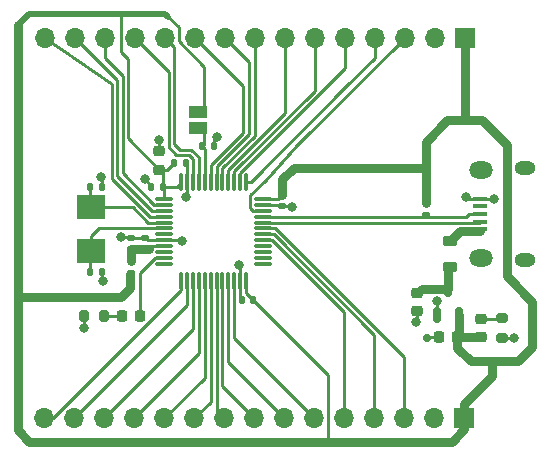
<source format=gbr>
%TF.GenerationSoftware,KiCad,Pcbnew,7.0.6-1.fc38*%
%TF.CreationDate,2023-08-06T10:31:57+03:00*%
%TF.ProjectId,stm32-breakout,73746d33-322d-4627-9265-616b6f75742e,v.1.0*%
%TF.SameCoordinates,Original*%
%TF.FileFunction,Copper,L1,Top*%
%TF.FilePolarity,Positive*%
%FSLAX46Y46*%
G04 Gerber Fmt 4.6, Leading zero omitted, Abs format (unit mm)*
G04 Created by KiCad (PCBNEW 7.0.6-1.fc38) date 2023-08-06 10:31:57*
%MOMM*%
%LPD*%
G01*
G04 APERTURE LIST*
G04 Aperture macros list*
%AMRoundRect*
0 Rectangle with rounded corners*
0 $1 Rounding radius*
0 $2 $3 $4 $5 $6 $7 $8 $9 X,Y pos of 4 corners*
0 Add a 4 corners polygon primitive as box body*
4,1,4,$2,$3,$4,$5,$6,$7,$8,$9,$2,$3,0*
0 Add four circle primitives for the rounded corners*
1,1,$1+$1,$2,$3*
1,1,$1+$1,$4,$5*
1,1,$1+$1,$6,$7*
1,1,$1+$1,$8,$9*
0 Add four rect primitives between the rounded corners*
20,1,$1+$1,$2,$3,$4,$5,0*
20,1,$1+$1,$4,$5,$6,$7,0*
20,1,$1+$1,$6,$7,$8,$9,0*
20,1,$1+$1,$8,$9,$2,$3,0*%
G04 Aperture macros list end*
%TA.AperFunction,SMDPad,CuDef*%
%ADD10RoundRect,0.218750X-0.256250X0.218750X-0.256250X-0.218750X0.256250X-0.218750X0.256250X0.218750X0*%
%TD*%
%TA.AperFunction,SMDPad,CuDef*%
%ADD11RoundRect,0.135000X-0.135000X-0.185000X0.135000X-0.185000X0.135000X0.185000X-0.135000X0.185000X0*%
%TD*%
%TA.AperFunction,SMDPad,CuDef*%
%ADD12RoundRect,0.218750X-0.381250X0.218750X-0.381250X-0.218750X0.381250X-0.218750X0.381250X0.218750X0*%
%TD*%
%TA.AperFunction,SMDPad,CuDef*%
%ADD13RoundRect,0.140000X0.170000X-0.140000X0.170000X0.140000X-0.170000X0.140000X-0.170000X-0.140000X0*%
%TD*%
%TA.AperFunction,SMDPad,CuDef*%
%ADD14RoundRect,0.200000X-0.275000X0.200000X-0.275000X-0.200000X0.275000X-0.200000X0.275000X0.200000X0*%
%TD*%
%TA.AperFunction,SMDPad,CuDef*%
%ADD15RoundRect,0.075000X-0.662500X-0.075000X0.662500X-0.075000X0.662500X0.075000X-0.662500X0.075000X0*%
%TD*%
%TA.AperFunction,SMDPad,CuDef*%
%ADD16RoundRect,0.075000X-0.075000X-0.662500X0.075000X-0.662500X0.075000X0.662500X-0.075000X0.662500X0*%
%TD*%
%TA.AperFunction,SMDPad,CuDef*%
%ADD17RoundRect,0.135000X-0.185000X0.135000X-0.185000X-0.135000X0.185000X-0.135000X0.185000X0.135000X0*%
%TD*%
%TA.AperFunction,SMDPad,CuDef*%
%ADD18RoundRect,0.140000X-0.140000X-0.170000X0.140000X-0.170000X0.140000X0.170000X-0.140000X0.170000X0*%
%TD*%
%TA.AperFunction,SMDPad,CuDef*%
%ADD19RoundRect,0.218750X-0.218750X-0.256250X0.218750X-0.256250X0.218750X0.256250X-0.218750X0.256250X0*%
%TD*%
%TA.AperFunction,SMDPad,CuDef*%
%ADD20RoundRect,0.140000X0.140000X0.170000X-0.140000X0.170000X-0.140000X-0.170000X0.140000X-0.170000X0*%
%TD*%
%TA.AperFunction,SMDPad,CuDef*%
%ADD21RoundRect,0.225000X0.250000X-0.225000X0.250000X0.225000X-0.250000X0.225000X-0.250000X-0.225000X0*%
%TD*%
%TA.AperFunction,SMDPad,CuDef*%
%ADD22R,1.300000X0.450000*%
%TD*%
%TA.AperFunction,ComponentPad*%
%ADD23O,1.800000X1.150000*%
%TD*%
%TA.AperFunction,ComponentPad*%
%ADD24O,2.000000X1.450000*%
%TD*%
%TA.AperFunction,SMDPad,CuDef*%
%ADD25RoundRect,0.147500X0.172500X-0.147500X0.172500X0.147500X-0.172500X0.147500X-0.172500X-0.147500X0*%
%TD*%
%TA.AperFunction,SMDPad,CuDef*%
%ADD26RoundRect,0.200000X0.200000X0.275000X-0.200000X0.275000X-0.200000X-0.275000X0.200000X-0.275000X0*%
%TD*%
%TA.AperFunction,SMDPad,CuDef*%
%ADD27RoundRect,0.225000X-0.250000X0.225000X-0.250000X-0.225000X0.250000X-0.225000X0.250000X0.225000X0*%
%TD*%
%TA.AperFunction,SMDPad,CuDef*%
%ADD28RoundRect,0.150000X0.150000X-0.512500X0.150000X0.512500X-0.150000X0.512500X-0.150000X-0.512500X0*%
%TD*%
%TA.AperFunction,SMDPad,CuDef*%
%ADD29RoundRect,0.140000X-0.170000X0.140000X-0.170000X-0.140000X0.170000X-0.140000X0.170000X0.140000X0*%
%TD*%
%TA.AperFunction,SMDPad,CuDef*%
%ADD30R,1.500000X1.000000*%
%TD*%
%TA.AperFunction,SMDPad,CuDef*%
%ADD31R,2.400000X2.000000*%
%TD*%
%TA.AperFunction,SMDPad,CuDef*%
%ADD32RoundRect,0.225000X0.225000X0.250000X-0.225000X0.250000X-0.225000X-0.250000X0.225000X-0.250000X0*%
%TD*%
%TA.AperFunction,ComponentPad*%
%ADD33R,1.700000X1.700000*%
%TD*%
%TA.AperFunction,ComponentPad*%
%ADD34O,1.700000X1.700000*%
%TD*%
%TA.AperFunction,ViaPad*%
%ADD35C,0.800000*%
%TD*%
%TA.AperFunction,ViaPad*%
%ADD36C,0.700000*%
%TD*%
%TA.AperFunction,Conductor*%
%ADD37C,0.250000*%
%TD*%
%TA.AperFunction,Conductor*%
%ADD38C,0.750000*%
%TD*%
%TA.AperFunction,Conductor*%
%ADD39C,0.500000*%
%TD*%
G04 APERTURE END LIST*
D10*
%TO.P,D1,1,K*%
%TO.N,Net-(D1-K)*%
X164255000Y-103587500D03*
%TO.P,D1,2,A*%
%TO.N,+3.3V*%
X164255000Y-105162500D03*
%TD*%
D11*
%TO.P,R2,1*%
%TO.N,/BOOT0*%
X140650000Y-89000000D03*
%TO.P,R2,2*%
%TO.N,GND*%
X141670000Y-89000000D03*
%TD*%
D12*
%TO.P,FB1,1*%
%TO.N,+5V*%
X161605000Y-97050000D03*
%TO.P,FB1,2*%
%TO.N,VCC*%
X161605000Y-99175000D03*
%TD*%
D13*
%TO.P,C8,1*%
%TO.N,+3.3VA*%
X134600000Y-97680000D03*
%TO.P,C8,2*%
%TO.N,GND*%
X134600000Y-96720000D03*
%TD*%
D14*
%TO.P,R1,1*%
%TO.N,Net-(D1-K)*%
X166055000Y-103550000D03*
%TO.P,R1,2*%
%TO.N,GND*%
X166055000Y-105200000D03*
%TD*%
D15*
%TO.P,U2,1,VBAT*%
%TO.N,+3.3V*%
X137437500Y-93450000D03*
%TO.P,U2,2,PC13*%
%TO.N,PC13*%
X137437500Y-93950000D03*
%TO.P,U2,3,PC14*%
%TO.N,PC14*%
X137437500Y-94450000D03*
%TO.P,U2,4,PC15*%
%TO.N,PC15*%
X137437500Y-94950000D03*
%TO.P,U2,5,PD0*%
%TO.N,/HSE_OUT*%
X137437500Y-95450000D03*
%TO.P,U2,6,PD1*%
%TO.N,/HSE_IN*%
X137437500Y-95950000D03*
%TO.P,U2,7,NRST*%
%TO.N,unconnected-(U2-NRST-Pad7)*%
X137437500Y-96450000D03*
%TO.P,U2,8,VSSA*%
%TO.N,GND*%
X137437500Y-96950000D03*
%TO.P,U2,9,VDDA*%
%TO.N,+3.3VA*%
X137437500Y-97450000D03*
%TO.P,U2,10,PA0*%
%TO.N,unconnected-(U2-PA0-Pad10)*%
X137437500Y-97950000D03*
%TO.P,U2,11,PA1*%
%TO.N,/LED_STAT*%
X137437500Y-98450000D03*
%TO.P,U2,12,PA2*%
%TO.N,unconnected-(U2-PA2-Pad12)*%
X137437500Y-98950000D03*
D16*
%TO.P,U2,13,PA3*%
%TO.N,PA3*%
X138850000Y-100362500D03*
%TO.P,U2,14,PA4*%
%TO.N,PA4*%
X139350000Y-100362500D03*
%TO.P,U2,15,PA5*%
%TO.N,PA5*%
X139850000Y-100362500D03*
%TO.P,U2,16,PA6*%
%TO.N,PA6*%
X140350000Y-100362500D03*
%TO.P,U2,17,PA7*%
%TO.N,PA7*%
X140850000Y-100362500D03*
%TO.P,U2,18,PB0*%
%TO.N,PB0*%
X141350000Y-100362500D03*
%TO.P,U2,19,PB1*%
%TO.N,PB1*%
X141850000Y-100362500D03*
%TO.P,U2,20,PB2*%
%TO.N,PB2*%
X142350000Y-100362500D03*
%TO.P,U2,21,PB10*%
%TO.N,PB10*%
X142850000Y-100362500D03*
%TO.P,U2,22,PB11*%
%TO.N,PB11*%
X143350000Y-100362500D03*
%TO.P,U2,23,VSS*%
%TO.N,GND*%
X143850000Y-100362500D03*
%TO.P,U2,24,VDD*%
%TO.N,+3.3V*%
X144350000Y-100362500D03*
D15*
%TO.P,U2,25,PB12*%
%TO.N,unconnected-(U2-PB12-Pad25)*%
X145762500Y-98950000D03*
%TO.P,U2,26,PB13*%
%TO.N,unconnected-(U2-PB13-Pad26)*%
X145762500Y-98450000D03*
%TO.P,U2,27,PB14*%
%TO.N,unconnected-(U2-PB14-Pad27)*%
X145762500Y-97950000D03*
%TO.P,U2,28,PB15*%
%TO.N,unconnected-(U2-PB15-Pad28)*%
X145762500Y-97450000D03*
%TO.P,U2,29,PA8*%
%TO.N,PA8*%
X145762500Y-96950000D03*
%TO.P,U2,30,PA9*%
%TO.N,PA9*%
X145762500Y-96450000D03*
%TO.P,U2,31,PA10*%
%TO.N,PA10*%
X145762500Y-95950000D03*
%TO.P,U2,32,PA11*%
%TO.N,USB_D-*%
X145762500Y-95450000D03*
%TO.P,U2,33,PA12*%
%TO.N,USB_D+*%
X145762500Y-94950000D03*
%TO.P,U2,34,PA13*%
%TO.N,SWDIO*%
X145762500Y-94450000D03*
%TO.P,U2,35,VSS*%
%TO.N,GND*%
X145762500Y-93950000D03*
%TO.P,U2,36,VDD*%
%TO.N,+3.3V*%
X145762500Y-93450000D03*
D16*
%TO.P,U2,37,PA14*%
%TO.N,SWCLK*%
X144350000Y-92037500D03*
%TO.P,U2,38,PA15*%
%TO.N,PA15*%
X143850000Y-92037500D03*
%TO.P,U2,39,PB3*%
%TO.N,SW0*%
X143350000Y-92037500D03*
%TO.P,U2,40,PB4*%
%TO.N,PB4*%
X142850000Y-92037500D03*
%TO.P,U2,41,PB5*%
%TO.N,PB5*%
X142350000Y-92037500D03*
%TO.P,U2,42,PB6*%
%TO.N,PB6*%
X141850000Y-92037500D03*
%TO.P,U2,43,PB7*%
%TO.N,PB7*%
X141350000Y-92037500D03*
%TO.P,U2,44,BOOT0*%
%TO.N,/BOOT0*%
X140850000Y-92037500D03*
%TO.P,U2,45,PB8*%
%TO.N,PB8*%
X140350000Y-92037500D03*
%TO.P,U2,46,PB9*%
%TO.N,PB9*%
X139850000Y-92037500D03*
%TO.P,U2,47,VSS*%
%TO.N,GND*%
X139350000Y-92037500D03*
%TO.P,U2,48,VDD*%
%TO.N,+3.3V*%
X138850000Y-92037500D03*
%TD*%
D17*
%TO.P,R4,1*%
%TO.N,+3.3V*%
X159605000Y-93780000D03*
%TO.P,R4,2*%
%TO.N,USB_D+*%
X159605000Y-94800000D03*
%TD*%
D18*
%TO.P,C10,1*%
%TO.N,/HSE_OUT*%
X131170000Y-92400000D03*
%TO.P,C10,2*%
%TO.N,GND*%
X132130000Y-92400000D03*
%TD*%
D19*
%TO.P,D2,1,K*%
%TO.N,Net-(D2-K)*%
X133812500Y-103400000D03*
%TO.P,D2,2,A*%
%TO.N,/LED_STAT*%
X135387500Y-103400000D03*
%TD*%
D18*
%TO.P,C7,1*%
%TO.N,+3.3V*%
X138270000Y-90400000D03*
%TO.P,C7,2*%
%TO.N,GND*%
X139230000Y-90400000D03*
%TD*%
D13*
%TO.P,C9,1*%
%TO.N,+3.3VA*%
X135800000Y-97680000D03*
%TO.P,C9,2*%
%TO.N,GND*%
X135800000Y-96720000D03*
%TD*%
D20*
%TO.P,C5,1*%
%TO.N,+3.3V*%
X144960000Y-102000000D03*
%TO.P,C5,2*%
%TO.N,GND*%
X144000000Y-102000000D03*
%TD*%
D21*
%TO.P,C3,1*%
%TO.N,+3.3V*%
X137000000Y-90975000D03*
%TO.P,C3,2*%
%TO.N,GND*%
X137000000Y-89425000D03*
%TD*%
D22*
%TO.P,J1,1,VBUS*%
%TO.N,+5V*%
X164150000Y-96017500D03*
%TO.P,J1,2,D-*%
%TO.N,USB_D-*%
X164150000Y-95367500D03*
%TO.P,J1,3,D+*%
%TO.N,USB_D+*%
X164150000Y-94717500D03*
%TO.P,J1,4,ID*%
%TO.N,unconnected-(J1-ID-Pad4)*%
X164150000Y-94067500D03*
%TO.P,J1,5,GND*%
%TO.N,GND*%
X164150000Y-93417500D03*
D23*
%TO.P,J1,6,Shield*%
%TO.N,unconnected-(J1-Shield-Pad6)*%
X168000000Y-98592500D03*
D24*
X164200000Y-98442500D03*
X164200000Y-90992500D03*
D23*
X168000000Y-90842500D03*
%TD*%
D20*
%TO.P,C4,1*%
%TO.N,+3.3V*%
X137280000Y-92400000D03*
%TO.P,C4,2*%
%TO.N,GND*%
X136320000Y-92400000D03*
%TD*%
D25*
%TO.P,L1,1,1*%
%TO.N,+3.3V*%
X134600000Y-99685000D03*
%TO.P,L1,2,2*%
%TO.N,+3.3VA*%
X134600000Y-98715000D03*
%TD*%
D26*
%TO.P,R3,1*%
%TO.N,Net-(D2-K)*%
X132300000Y-103400000D03*
%TO.P,R3,2*%
%TO.N,GND*%
X130650000Y-103400000D03*
%TD*%
D27*
%TO.P,C2,1*%
%TO.N,VCC*%
X158855000Y-101400000D03*
%TO.P,C2,2*%
%TO.N,GND*%
X158855000Y-102950000D03*
%TD*%
D28*
%TO.P,U1,1,GND*%
%TO.N,GND*%
X160505000Y-103312500D03*
%TO.P,U1,2,VO*%
%TO.N,+3.3V*%
X162405000Y-103312500D03*
%TO.P,U1,3,VI*%
%TO.N,VCC*%
X161455000Y-101037500D03*
%TD*%
D29*
%TO.P,C6,1*%
%TO.N,+3.3V*%
X147400000Y-93120000D03*
%TO.P,C6,2*%
%TO.N,GND*%
X147400000Y-94080000D03*
%TD*%
D30*
%TO.P,JP1,1,A*%
%TO.N,/BOOT0*%
X140250000Y-87400000D03*
%TO.P,JP1,2,B*%
%TO.N,+3.3V*%
X140250000Y-86100000D03*
%TD*%
D31*
%TO.P,Y1,1,1*%
%TO.N,/HSE_OUT*%
X131250000Y-94150000D03*
%TO.P,Y1,2,2*%
%TO.N,/HSE_IN*%
X131250000Y-97850000D03*
%TD*%
D32*
%TO.P,C1,1*%
%TO.N,+3.3V*%
X162230000Y-105175000D03*
%TO.P,C1,2*%
%TO.N,GND*%
X160680000Y-105175000D03*
%TD*%
D33*
%TO.P,J2,1,Pin_1*%
%TO.N,+3.3V*%
X162860000Y-79800000D03*
D34*
%TO.P,J2,2,Pin_2*%
%TO.N,GND*%
X160320000Y-79800000D03*
%TO.P,J2,3,Pin_3*%
%TO.N,SWDIO*%
X157780000Y-79800000D03*
%TO.P,J2,4,Pin_4*%
%TO.N,SWCLK*%
X155240000Y-79800000D03*
%TO.P,J2,5,Pin_5*%
%TO.N,PA15*%
X152700000Y-79800000D03*
%TO.P,J2,6,Pin_6*%
%TO.N,SW0*%
X150160000Y-79800000D03*
%TO.P,J2,7,Pin_7*%
%TO.N,PB4*%
X147620000Y-79800000D03*
%TO.P,J2,8,Pin_8*%
%TO.N,PB5*%
X145080000Y-79800000D03*
%TO.P,J2,9,Pin_9*%
%TO.N,PB6*%
X142540000Y-79800000D03*
%TO.P,J2,10,Pin_10*%
%TO.N,PB7*%
X140000000Y-79800000D03*
%TO.P,J2,11,Pin_11*%
%TO.N,PB8*%
X137460000Y-79800000D03*
%TO.P,J2,12,Pin_12*%
%TO.N,PB9*%
X134920000Y-79800000D03*
%TO.P,J2,13,Pin_13*%
%TO.N,PC13*%
X132380000Y-79800000D03*
%TO.P,J2,14,Pin_14*%
%TO.N,PC14*%
X129840000Y-79800000D03*
%TO.P,J2,15,Pin_15*%
%TO.N,PC15*%
X127300000Y-79800000D03*
%TD*%
D33*
%TO.P,J3,1,Pin_1*%
%TO.N,+3.3V*%
X162820000Y-112000000D03*
D34*
%TO.P,J3,2,Pin_2*%
%TO.N,GND*%
X160280000Y-112000000D03*
%TO.P,J3,3,Pin_3*%
%TO.N,PA10*%
X157740000Y-112000000D03*
%TO.P,J3,4,Pin_4*%
%TO.N,PA9*%
X155200000Y-112000000D03*
%TO.P,J3,5,Pin_5*%
%TO.N,PA8*%
X152660000Y-112000000D03*
%TO.P,J3,6,Pin_6*%
%TO.N,PB11*%
X150120000Y-112000000D03*
%TO.P,J3,7,Pin_7*%
%TO.N,PB10*%
X147580000Y-112000000D03*
%TO.P,J3,8,Pin_8*%
%TO.N,PB2*%
X145040000Y-112000000D03*
%TO.P,J3,9,Pin_9*%
%TO.N,PB1*%
X142500000Y-112000000D03*
%TO.P,J3,10,Pin_10*%
%TO.N,PB0*%
X139960000Y-112000000D03*
%TO.P,J3,11,Pin_11*%
%TO.N,PA7*%
X137420000Y-112000000D03*
%TO.P,J3,12,Pin_12*%
%TO.N,PA6*%
X134880000Y-112000000D03*
%TO.P,J3,13,Pin_13*%
%TO.N,PA5*%
X132340000Y-112000000D03*
%TO.P,J3,14,Pin_14*%
%TO.N,PA4*%
X129800000Y-112000000D03*
%TO.P,J3,15,Pin_15*%
%TO.N,PA3*%
X127260000Y-112000000D03*
%TD*%
D18*
%TO.P,C11,1*%
%TO.N,/HSE_IN*%
X131170000Y-99600000D03*
%TO.P,C11,2*%
%TO.N,GND*%
X132130000Y-99600000D03*
%TD*%
D35*
%TO.N,GND*%
X139300000Y-93300000D03*
X165317500Y-93417500D03*
X143750000Y-99000000D03*
X132200000Y-100400000D03*
X130600000Y-104400000D03*
X133800000Y-96700000D03*
X135800000Y-91800000D03*
X141900000Y-88200000D03*
X160500000Y-102100000D03*
X132100000Y-91600000D03*
X167000000Y-105200000D03*
X138900000Y-97000000D03*
D36*
X159700000Y-105200000D03*
D35*
X163000000Y-93300000D03*
X148200000Y-94100000D03*
X158750000Y-103900000D03*
X137000000Y-88500000D03*
%TD*%
D37*
%TO.N,+3.3V*%
X137280000Y-92400000D02*
X138487500Y-92400000D01*
X140800000Y-82261701D02*
X140800000Y-86100000D01*
X151295000Y-108335000D02*
X151295000Y-113955000D01*
D38*
X166400000Y-100000000D02*
X166400000Y-88880000D01*
X165200000Y-107200000D02*
X167400000Y-107200000D01*
X162820000Y-110780000D02*
X165200000Y-108400000D01*
D37*
X138635000Y-78885000D02*
X137762500Y-78012500D01*
X137695000Y-90975000D02*
X138270000Y-90400000D01*
D38*
X148400000Y-90800000D02*
X159605000Y-90800000D01*
X162230000Y-105175000D02*
X162230000Y-106030000D01*
D39*
X133500000Y-77750000D02*
X137500000Y-77750000D01*
X162242500Y-105162500D02*
X162230000Y-105175000D01*
D37*
X144350000Y-101382391D02*
X144350000Y-100362500D01*
D38*
X147400000Y-93120000D02*
X147400000Y-91800000D01*
X168600000Y-106000000D02*
X168600000Y-102200000D01*
D37*
X137437500Y-92557500D02*
X137280000Y-92400000D01*
D38*
X162800000Y-86800000D02*
X161400000Y-86800000D01*
D37*
X138635000Y-78885000D02*
X138635000Y-80096701D01*
D38*
X162820000Y-112930000D02*
X161750000Y-114000000D01*
D37*
X138487500Y-92400000D02*
X138850000Y-92037500D01*
X137280000Y-91255000D02*
X137000000Y-90975000D01*
D38*
X161400000Y-86800000D02*
X159605000Y-88595000D01*
D37*
X144960000Y-101992391D02*
X144350000Y-101382391D01*
D38*
X125000000Y-113000000D02*
X125000000Y-101750000D01*
X125000000Y-101750000D02*
X125000000Y-78750000D01*
X163400000Y-107200000D02*
X165200000Y-107200000D01*
X162820000Y-112000000D02*
X162820000Y-112930000D01*
X164255000Y-105162500D02*
X162242500Y-105162500D01*
D37*
X133745000Y-77995000D02*
X133500000Y-77750000D01*
D38*
X166400000Y-88880000D02*
X164320000Y-86800000D01*
D37*
X144960000Y-102000000D02*
X151295000Y-108335000D01*
D39*
X125000000Y-78750000D02*
X126000000Y-77750000D01*
D38*
X134500000Y-101000000D02*
X133750000Y-101750000D01*
D37*
X138635000Y-80096701D02*
X140800000Y-82261701D01*
X134350000Y-81600000D02*
X133745000Y-80995000D01*
D39*
X134600000Y-99685000D02*
X134500000Y-99785000D01*
D37*
X151295000Y-113955000D02*
X151250000Y-114000000D01*
D38*
X151250000Y-114000000D02*
X126000000Y-114000000D01*
X159605000Y-93780000D02*
X159605000Y-90800000D01*
X126000000Y-114000000D02*
X125000000Y-113000000D01*
D39*
X126000000Y-77750000D02*
X133500000Y-77750000D01*
D38*
X159605000Y-88595000D02*
X159605000Y-90800000D01*
D39*
X162405000Y-105000000D02*
X162230000Y-105175000D01*
D38*
X147400000Y-91800000D02*
X148400000Y-90800000D01*
D39*
X162860000Y-86740000D02*
X162800000Y-86800000D01*
D38*
X161750000Y-114000000D02*
X151250000Y-114000000D01*
D39*
X137500000Y-77750000D02*
X137762500Y-78012500D01*
D38*
X164320000Y-86800000D02*
X162800000Y-86800000D01*
X162405000Y-103312500D02*
X162405000Y-105000000D01*
X162230000Y-106030000D02*
X163400000Y-107200000D01*
X168600000Y-102200000D02*
X166400000Y-100000000D01*
X162820000Y-112000000D02*
X162820000Y-110780000D01*
X162860000Y-79800000D02*
X162860000Y-86740000D01*
X133750000Y-101750000D02*
X125000000Y-101750000D01*
X134500000Y-99785000D02*
X134500000Y-101000000D01*
D37*
X137437500Y-93450000D02*
X137437500Y-92557500D01*
X144960000Y-102000000D02*
X144960000Y-101992391D01*
D38*
X167400000Y-107200000D02*
X168600000Y-106000000D01*
D37*
X137000000Y-90975000D02*
X137695000Y-90975000D01*
X147070000Y-93450000D02*
X147400000Y-93120000D01*
X137000000Y-90975000D02*
X134350000Y-88325000D01*
D38*
X165200000Y-108400000D02*
X165200000Y-107200000D01*
D37*
X145762500Y-93450000D02*
X147070000Y-93450000D01*
X133745000Y-80995000D02*
X133745000Y-77995000D01*
X137280000Y-92400000D02*
X137280000Y-91255000D01*
X134350000Y-88325000D02*
X134350000Y-81600000D01*
%TO.N,GND*%
X136320000Y-92400000D02*
X136320000Y-92320000D01*
X134580000Y-96700000D02*
X134600000Y-96720000D01*
X133800000Y-96700000D02*
X134580000Y-96700000D01*
X137000000Y-89425000D02*
X137000000Y-88500000D01*
X139350000Y-92037500D02*
X139350000Y-93250000D01*
X143850000Y-100362500D02*
X143850000Y-99100000D01*
X160500000Y-102100000D02*
X160500000Y-103307500D01*
X139280000Y-90400000D02*
X139350000Y-90470000D01*
X139350000Y-90520000D02*
X139350000Y-92037500D01*
X143850000Y-100362500D02*
X143850000Y-101850000D01*
X132130000Y-99600000D02*
X132130000Y-100330000D01*
X158855000Y-103795000D02*
X158750000Y-103900000D01*
X143850000Y-101850000D02*
X144000000Y-102000000D01*
X143850000Y-99100000D02*
X143750000Y-99000000D01*
X132130000Y-91630000D02*
X132100000Y-91600000D01*
X130650000Y-103400000D02*
X130650000Y-104350000D01*
X137437500Y-96950000D02*
X138850000Y-96950000D01*
X139230000Y-90400000D02*
X139350000Y-90520000D01*
X145762500Y-93950000D02*
X147270000Y-93950000D01*
X158855000Y-102950000D02*
X158855000Y-103795000D01*
X166055000Y-105200000D02*
X167000000Y-105200000D01*
X136320000Y-92320000D02*
X135800000Y-91800000D01*
X163117500Y-93417500D02*
X163000000Y-93300000D01*
X135800000Y-96720000D02*
X136030000Y-96950000D01*
X165317500Y-93417500D02*
X164150000Y-93417500D01*
X160500000Y-103307500D02*
X160505000Y-103312500D01*
X160680000Y-105175000D02*
X159725000Y-105175000D01*
X159725000Y-105175000D02*
X159700000Y-105200000D01*
X139350000Y-93250000D02*
X139300000Y-93300000D01*
X138850000Y-96950000D02*
X138900000Y-97000000D01*
X148180000Y-94080000D02*
X148200000Y-94100000D01*
X147270000Y-93950000D02*
X147400000Y-94080000D01*
X132130000Y-92400000D02*
X132130000Y-91630000D01*
X130650000Y-104350000D02*
X130600000Y-104400000D01*
X164150000Y-93417500D02*
X163117500Y-93417500D01*
X134600000Y-96720000D02*
X135800000Y-96720000D01*
X147400000Y-94080000D02*
X148180000Y-94080000D01*
X136030000Y-96950000D02*
X137437500Y-96950000D01*
X141670000Y-89000000D02*
X141670000Y-88430000D01*
X141670000Y-88430000D02*
X141900000Y-88200000D01*
X132130000Y-100330000D02*
X132200000Y-100400000D01*
D38*
%TO.N,VCC*%
X159217500Y-101037500D02*
X161455000Y-101037500D01*
X161455000Y-99325000D02*
X161605000Y-99175000D01*
X158855000Y-101400000D02*
X159217500Y-101037500D01*
X161455000Y-101037500D02*
X161455000Y-99325000D01*
%TO.N,+3.3VA*%
X134600000Y-98715000D02*
X134600000Y-97680000D01*
X134600000Y-97680000D02*
X135800000Y-97680000D01*
D37*
X137437500Y-97450000D02*
X136355000Y-97450000D01*
X136355000Y-97450000D02*
X136125000Y-97680000D01*
D38*
X135800000Y-97680000D02*
X136125000Y-97680000D01*
D37*
%TO.N,/HSE_OUT*%
X136054195Y-95450000D02*
X137437500Y-95450000D01*
X131250000Y-94150000D02*
X134754195Y-94150000D01*
X131170000Y-92400000D02*
X131170000Y-94070000D01*
X134754195Y-94150000D02*
X136054195Y-95450000D01*
X131170000Y-94070000D02*
X131250000Y-94150000D01*
%TO.N,/HSE_IN*%
X131170000Y-99600000D02*
X131170000Y-97930000D01*
X131900000Y-95950000D02*
X131250000Y-96600000D01*
X131250000Y-96600000D02*
X131250000Y-97850000D01*
X131170000Y-97930000D02*
X131250000Y-97850000D01*
X137437500Y-95950000D02*
X131900000Y-95950000D01*
%TO.N,Net-(D1-K)*%
X164255000Y-103587500D02*
X166017500Y-103587500D01*
X166017500Y-103587500D02*
X166055000Y-103550000D01*
%TO.N,Net-(D2-K)*%
X133812500Y-103400000D02*
X132300000Y-103400000D01*
%TO.N,/LED_STAT*%
X137437500Y-98450000D02*
X136634315Y-98450000D01*
X135387500Y-99696815D02*
X135387500Y-103400000D01*
X136634315Y-98450000D02*
X135387500Y-99696815D01*
%TO.N,+5V*%
X164150000Y-96017500D02*
X164150000Y-96050000D01*
D38*
X161605000Y-97050000D02*
X162487500Y-96167500D01*
X162487500Y-96167500D02*
X164150000Y-96167500D01*
D37*
%TO.N,USB_D-*%
X164067500Y-95450000D02*
X164150000Y-95367500D01*
X145762500Y-95450000D02*
X164067500Y-95450000D01*
%TO.N,USB_D+*%
X162992500Y-94975000D02*
X163250000Y-94717500D01*
X145762500Y-94950000D02*
X145787500Y-94975000D01*
X145787500Y-94975000D02*
X162992500Y-94975000D01*
X163250000Y-94717500D02*
X164150000Y-94717500D01*
%TO.N,SWDIO*%
X145950000Y-91900000D02*
X148680000Y-88900000D01*
X148680000Y-88900000D02*
X157780000Y-79800000D01*
X145762500Y-94450000D02*
X144959315Y-94450000D01*
X144959315Y-94450000D02*
X144700000Y-94190685D01*
X144700000Y-93150000D02*
X145950000Y-91900000D01*
X144700000Y-94190685D02*
X144700000Y-93150000D01*
%TO.N,SWCLK*%
X144737500Y-92037500D02*
X152850000Y-83925000D01*
X155240000Y-81510000D02*
X155240000Y-79800000D01*
X144350000Y-92037500D02*
X144737500Y-92037500D01*
X152850000Y-83900000D02*
X155240000Y-81510000D01*
X152850000Y-83925000D02*
X152850000Y-83900000D01*
%TO.N,PA15*%
X152700000Y-79800000D02*
X152700000Y-82384315D01*
X152700000Y-82384315D02*
X143850000Y-91234315D01*
X143850000Y-91234315D02*
X143850000Y-92037500D01*
%TO.N,SW0*%
X143350000Y-91097919D02*
X143350000Y-92037500D01*
X150160000Y-79800000D02*
X150160000Y-84287919D01*
X150160000Y-84287919D02*
X143350000Y-91097919D01*
%TO.N,PB4*%
X147620000Y-86191523D02*
X142850000Y-90961523D01*
X142850000Y-90961523D02*
X142850000Y-92037500D01*
X147620000Y-79800000D02*
X147620000Y-86191523D01*
%TO.N,PB5*%
X145080000Y-88095127D02*
X142350000Y-90825127D01*
X142350000Y-90825127D02*
X142350000Y-92037500D01*
X145080000Y-79800000D02*
X145080000Y-88095127D01*
%TO.N,PB6*%
X144630000Y-81890000D02*
X142540000Y-79800000D01*
X141850000Y-90688731D02*
X144630000Y-87908731D01*
X141850000Y-92037500D02*
X141850000Y-90688731D01*
X144630000Y-87908731D02*
X144630000Y-81890000D01*
%TO.N,PB7*%
X144050000Y-83850000D02*
X140000000Y-79800000D01*
X141350000Y-92037500D02*
X141350000Y-90550305D01*
X144050000Y-87850305D02*
X144050000Y-83850000D01*
X141350000Y-90550305D02*
X144050000Y-87850305D01*
%TO.N,PB8*%
X138250000Y-80590000D02*
X137460000Y-79800000D01*
X138725000Y-89275000D02*
X138250000Y-88800000D01*
X140350000Y-92037500D02*
X140350000Y-89915995D01*
X139709005Y-89275000D02*
X138725000Y-89275000D01*
X140350000Y-89915995D02*
X139709005Y-89275000D01*
X138250000Y-88800000D02*
X138250000Y-80590000D01*
%TO.N,PB9*%
X138450000Y-89725000D02*
X137800000Y-89075000D01*
X139522609Y-89725000D02*
X138450000Y-89725000D01*
X139850000Y-90052391D02*
X139522609Y-89725000D01*
X139850000Y-92037500D02*
X139850000Y-90052391D01*
X137800000Y-82680000D02*
X134920000Y-79800000D01*
X137800000Y-89075000D02*
X137800000Y-82680000D01*
%TO.N,PC13*%
X133900000Y-91288909D02*
X136561091Y-93950000D01*
X132380000Y-81555000D02*
X133900000Y-83075000D01*
X136561091Y-93950000D02*
X137437500Y-93950000D01*
X132380000Y-79800000D02*
X132380000Y-81555000D01*
X133900000Y-83075000D02*
X133900000Y-91288909D01*
%TO.N,PC14*%
X133450000Y-91475305D02*
X133450000Y-83410000D01*
X137437500Y-94450000D02*
X136424695Y-94450000D01*
X136424695Y-94450000D02*
X133450000Y-91475305D01*
X133450000Y-83410000D02*
X129840000Y-79800000D01*
%TO.N,PC15*%
X135120295Y-93879704D02*
X135120295Y-93870295D01*
X136190591Y-94950000D02*
X135120295Y-93879704D01*
X135120295Y-93870295D02*
X133000000Y-91750000D01*
X133000000Y-83750000D02*
X127300000Y-79800000D01*
X137437500Y-94950000D02*
X136190591Y-94950000D01*
X133000000Y-91750000D02*
X133000000Y-83750000D01*
%TO.N,PA10*%
X157740000Y-112000000D02*
X157740000Y-106851523D01*
X146838477Y-95950000D02*
X145762500Y-95950000D01*
X157740000Y-106851523D02*
X146838477Y-95950000D01*
%TO.N,PA9*%
X155200000Y-112000000D02*
X155200000Y-104947919D01*
X146702081Y-96450000D02*
X145762500Y-96450000D01*
X155200000Y-104947919D02*
X146702081Y-96450000D01*
%TO.N,PA8*%
X152660000Y-103044315D02*
X146565685Y-96950000D01*
X152660000Y-112000000D02*
X152660000Y-103044315D01*
X146565685Y-96950000D02*
X145762500Y-96950000D01*
%TO.N,PB10*%
X142850000Y-107270000D02*
X147580000Y-112000000D01*
X142850000Y-100362500D02*
X142850000Y-107270000D01*
%TO.N,PB11*%
X143350000Y-100362500D02*
X143350000Y-105230000D01*
X143350000Y-105230000D02*
X150120000Y-112000000D01*
%TO.N,PB0*%
X141350000Y-110610000D02*
X139960000Y-112000000D01*
X141350000Y-100362500D02*
X141350000Y-110610000D01*
%TO.N,PB1*%
X141850000Y-100362500D02*
X141850000Y-111350000D01*
X141850000Y-111350000D02*
X142500000Y-112000000D01*
%TO.N,PB2*%
X142350000Y-100362500D02*
X142350000Y-109310000D01*
X142350000Y-109310000D02*
X145040000Y-112000000D01*
%TO.N,PA7*%
X140850000Y-100362500D02*
X140850000Y-108570000D01*
X140850000Y-108570000D02*
X137420000Y-112000000D01*
%TO.N,PA6*%
X140350000Y-100362500D02*
X140350000Y-106530000D01*
X140350000Y-106530000D02*
X134880000Y-112000000D01*
%TO.N,PA5*%
X139850000Y-104490000D02*
X132340000Y-112000000D01*
X139850000Y-100362500D02*
X139850000Y-104490000D01*
%TO.N,PA4*%
X139350000Y-100362500D02*
X139350000Y-102450000D01*
X139350000Y-102450000D02*
X129800000Y-112000000D01*
%TO.N,PA3*%
X138850000Y-101181479D02*
X128031479Y-112000000D01*
X138850000Y-100362500D02*
X138850000Y-101181479D01*
X128031479Y-112000000D02*
X127260000Y-112000000D01*
%TO.N,/BOOT0*%
X140800000Y-87400000D02*
X140800000Y-88850000D01*
X140850000Y-92037500D02*
X140850000Y-89200000D01*
X140850000Y-89200000D02*
X140650000Y-89000000D01*
X140800000Y-88850000D02*
X140650000Y-89000000D01*
%TD*%
M02*

</source>
